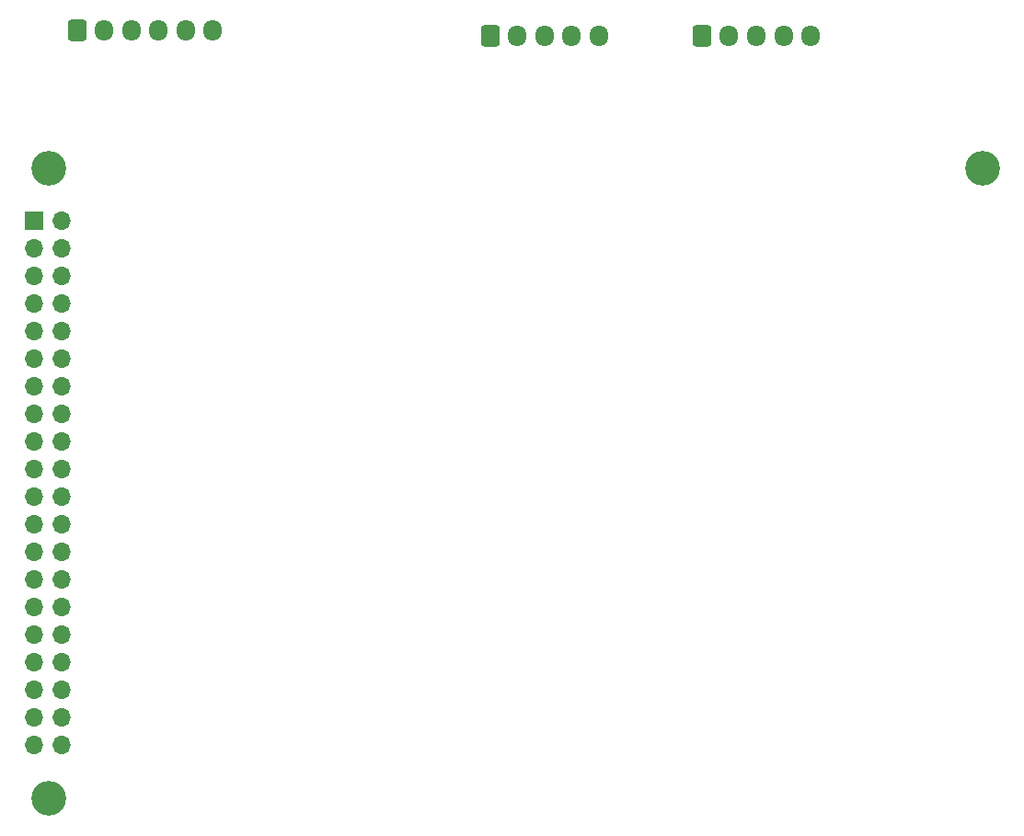
<source format=gbs>
%TF.GenerationSoftware,KiCad,Pcbnew,8.0.1*%
%TF.CreationDate,2024-06-27T20:22:44+09:00*%
%TF.ProjectId,GPIO_board,4750494f-5f62-46f6-9172-642e6b696361,rev?*%
%TF.SameCoordinates,Original*%
%TF.FileFunction,Soldermask,Bot*%
%TF.FilePolarity,Negative*%
%FSLAX46Y46*%
G04 Gerber Fmt 4.6, Leading zero omitted, Abs format (unit mm)*
G04 Created by KiCad (PCBNEW 8.0.1) date 2024-06-27 20:22:44*
%MOMM*%
%LPD*%
G01*
G04 APERTURE LIST*
G04 Aperture macros list*
%AMRoundRect*
0 Rectangle with rounded corners*
0 $1 Rounding radius*
0 $2 $3 $4 $5 $6 $7 $8 $9 X,Y pos of 4 corners*
0 Add a 4 corners polygon primitive as box body*
4,1,4,$2,$3,$4,$5,$6,$7,$8,$9,$2,$3,0*
0 Add four circle primitives for the rounded corners*
1,1,$1+$1,$2,$3*
1,1,$1+$1,$4,$5*
1,1,$1+$1,$6,$7*
1,1,$1+$1,$8,$9*
0 Add four rect primitives between the rounded corners*
20,1,$1+$1,$2,$3,$4,$5,0*
20,1,$1+$1,$4,$5,$6,$7,0*
20,1,$1+$1,$6,$7,$8,$9,0*
20,1,$1+$1,$8,$9,$2,$3,0*%
G04 Aperture macros list end*
%ADD10RoundRect,0.250000X-0.600000X-0.725000X0.600000X-0.725000X0.600000X0.725000X-0.600000X0.725000X0*%
%ADD11O,1.700000X1.950000*%
%ADD12C,3.200000*%
%ADD13R,1.700000X1.700000*%
%ADD14O,1.700000X1.700000*%
G04 APERTURE END LIST*
D10*
%TO.C,J1*%
X120000000Y-54975000D03*
D11*
X122500000Y-54975000D03*
X125000000Y-54975000D03*
X127500000Y-54975000D03*
X130000000Y-54975000D03*
%TD*%
D10*
%TO.C,J3*%
X62500000Y-54500000D03*
D11*
X65000000Y-54500000D03*
X67500000Y-54500000D03*
X70000000Y-54500000D03*
X72500000Y-54500000D03*
X75000000Y-54500000D03*
%TD*%
D12*
%TO.C,H1*%
X145850000Y-67230000D03*
%TD*%
D13*
%TO.C,J4*%
X58500000Y-72000000D03*
D14*
X61040000Y-72000000D03*
X58500000Y-74540000D03*
X61040000Y-74540000D03*
X58500000Y-77080000D03*
X61040000Y-77080000D03*
X58500000Y-79620000D03*
X61040000Y-79620000D03*
X58500000Y-82160000D03*
X61040000Y-82160000D03*
X58500000Y-84700000D03*
X61040000Y-84700000D03*
X58500000Y-87240000D03*
X61040000Y-87240000D03*
X58500000Y-89780000D03*
X61040000Y-89780000D03*
X58500000Y-92320000D03*
X61040000Y-92320000D03*
X58500000Y-94860000D03*
X61040000Y-94860000D03*
X58500000Y-97400000D03*
X61040000Y-97400000D03*
X58500000Y-99940000D03*
X61040000Y-99940000D03*
X58500000Y-102480000D03*
X61040000Y-102480000D03*
X58500000Y-105020000D03*
X61040000Y-105020000D03*
X58500000Y-107560000D03*
X61040000Y-107560000D03*
X58500000Y-110100000D03*
X61040000Y-110100000D03*
X58500000Y-112640000D03*
X61040000Y-112640000D03*
X58500000Y-115180000D03*
X61040000Y-115180000D03*
X58500000Y-117720000D03*
X61040000Y-117720000D03*
X58500000Y-120260000D03*
X61040000Y-120260000D03*
%TD*%
D10*
%TO.C,J2*%
X100500000Y-55000000D03*
D11*
X103000000Y-55000000D03*
X105500000Y-55000000D03*
X108000000Y-55000000D03*
X110500000Y-55000000D03*
%TD*%
D12*
%TO.C,H2*%
X59850000Y-67230000D03*
%TD*%
%TO.C,H3*%
X59850000Y-125230000D03*
%TD*%
M02*

</source>
